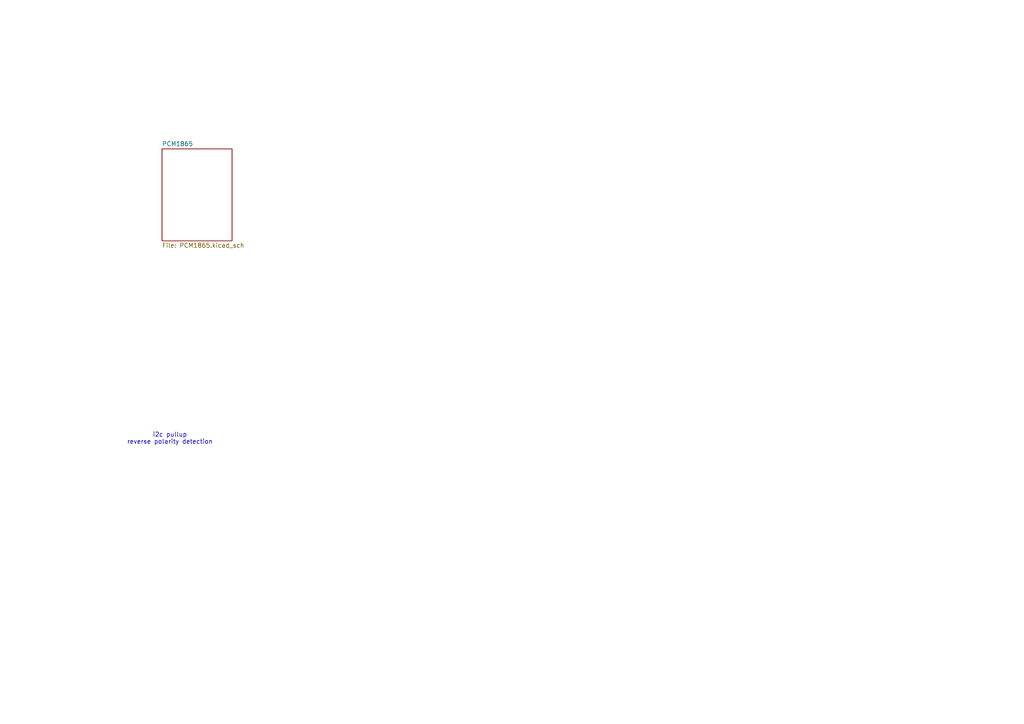
<source format=kicad_sch>
(kicad_sch
	(version 20231120)
	(generator "eeschema")
	(generator_version "8.0")
	(uuid "430534c1-95e6-4067-98e3-88d735da7a2a")
	(paper "A4")
	(lib_symbols)
	(text "i2c pullup\nreverse polarity detection"
		(exclude_from_sim no)
		(at 49.276 127.254 0)
		(effects
			(font
				(size 1.27 1.27)
			)
		)
		(uuid "d80987f7-eb50-4558-91da-ddf76cbbc556")
	)
	(sheet
		(at 46.99 43.18)
		(size 20.32 26.67)
		(fields_autoplaced yes)
		(stroke
			(width 0.1524)
			(type solid)
		)
		(fill
			(color 0 0 0 0.0000)
		)
		(uuid "98181541-c56c-4415-a867-47262c983434")
		(property "Sheetname" "PCM1865"
			(at 46.99 42.4684 0)
			(effects
				(font
					(size 1.27 1.27)
				)
				(justify left bottom)
			)
		)
		(property "Sheetfile" "PCM1865.kicad_sch"
			(at 46.99 70.4346 0)
			(effects
				(font
					(size 1.27 1.27)
				)
				(justify left top)
			)
		)
		(instances
			(project "Endstufe_v2"
				(path "/430534c1-95e6-4067-98e3-88d735da7a2a"
					(page "2")
				)
			)
		)
	)
	(sheet_instances
		(path "/"
			(page "1")
		)
	)
)

</source>
